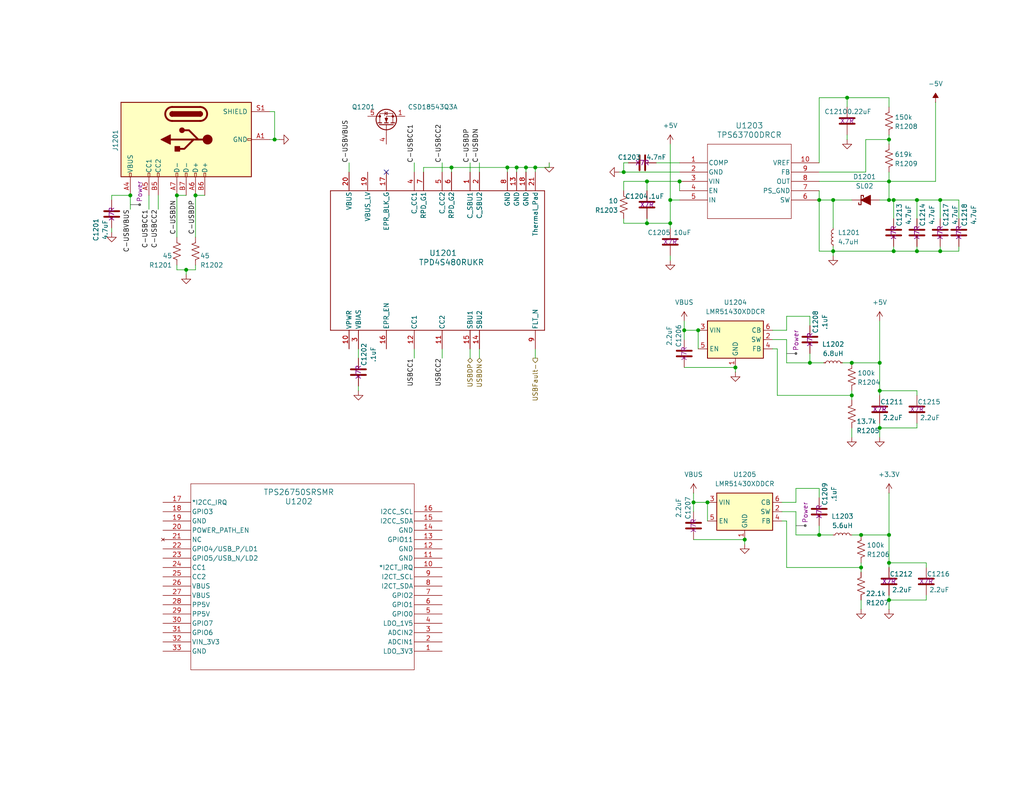
<source format=kicad_sch>
(kicad_sch (version 20250114) (generator "eeschema") (generator_version "9.0")
  (paper "USLetter")
  (title_block (title "USB") (date "2025-08-10") (company "WB7NAB") (comment 1 "Alan Mimms"))
  (lib_symbols
    (symbol "2025-03-25_23-54-59:TPS26750SRSMR" (pin_names (offset 0.254))
      (property "Reference" "U" (at 38.1 10.16 0))
      (property "Value" "TPS26750SRSMR" (at 38.1 7.62 0))
      (symbol "TPS26750SRSMR_0_1"
        (polyline (pts (xy 7.62 5.08) (xy 7.62 -45.72)) (stroke (width 0.127)))
        (polyline (pts (xy 7.62 -45.72) (xy 68.58 -45.72)) (stroke (width 0.127)))
        (polyline (pts (xy 68.58 5.08) (xy 7.62 5.08)) (stroke (width 0.127)))
        (polyline (pts (xy 68.58 -45.72) (xy 68.58 5.08)) (stroke (width 0.127)))
        (pin output line (at 0 0 0) (length 7.62) (name "LDO_3V3") (number "1"))
        (pin input line (at 0 -2.54 0) (length 7.62) (name "ADCIN1") (number "2"))
        (pin input line (at 0 -5.08 0) (length 7.62) (name "ADCIN2") (number "3"))
        (pin output line (at 0 -7.62 0) (length 7.62) (name "LDO_1V5") (number "4"))
        (pin bidirectional line (at 0 -10.16 0) (length 7.62) (name "GPIO0") (number "5"))
        (pin bidirectional line (at 0 -12.7 0) (length 7.62) (name "GPIO1") (number "6"))
        (pin bidirectional line (at 0 -15.24 0) (length 7.62) (name "GPIO2") (number "7"))
        (pin bidirectional line (at 0 -17.78 0) (length 7.62) (name "I2CT_SDA") (number "8"))
        (pin input line (at 0 -20.32 0) (length 7.62) (name "I2CT_SCL") (number "9"))
        (pin output line (at 0 -22.86 0) (length 7.62) (name "*I2CT_IRQ") (number "10"))
        (pin power_out line (at 0 -25.4 0) (length 7.62) (name "GND") (number "11"))
        (pin power_out line (at 0 -27.94 0) (length 7.62) (name "GND") (number "12"))
        (pin output line (at 0 -30.48 0) (length 7.62) (name "GPIO11") (number "13"))
        (pin power_out line (at 0 -33.02 0) (length 7.62) (name "GND") (number "14"))
        (pin bidirectional line (at 0 -35.56 0) (length 7.62) (name "I2CC_SDA") (number "15"))
        (pin output line (at 0 -38.1 0) (length 7.62) (name "I2CC_SCL") (number "16"))
        (pin power_out line (at 76.2 0 180) (length 7.62) (name "GND") (number "33"))
        (pin input line (at 76.2 -2.54 180) (length 7.62) (name "VIN_3V3") (number "32"))
        (pin bidirectional line (at 76.2 -5.08 180) (length 7.62) (name "GPIO6") (number "31"))
        (pin bidirectional line (at 76.2 -7.62 180) (length 7.62) (name "GPIO7") (number "30"))
        (pin input line (at 76.2 -10.16 180) (length 7.62) (name "PP5V") (number "29"))
        (pin input line (at 76.2 -12.7 180) (length 7.62) (name "PP5V") (number "28"))
        (pin bidirectional line (at 76.2 -15.24 180) (length 7.62) (name "VBUS") (number "27"))
        (pin bidirectional line (at 76.2 -17.78 180) (length 7.62) (name "VBUS") (number "26"))
        (pin bidirectional line (at 76.2 -20.32 180) (length 7.62) (name "CC2") (number "25"))
        (pin bidirectional line (at 76.2 -22.86 180) (length 7.62) (name "CC1") (number "24"))
        (pin bidirectional line (at 76.2 -25.4 180) (length 7.62) (name "GPIO5/USB_N/LD2") (number "23"))
        (pin bidirectional line (at 76.2 -27.94 180) (length 7.62) (name "GPIO4/USB_P/LD1") (number "22"))
        (pin no_connect line (at 76.2 -30.48 180) (length 7.62) (name "NC") (number "21"))
        (pin output line (at 76.2 -33.02 180) (length 7.62) (name "POWER_PATH_EN") (number "20"))
        (pin power_out line (at 76.2 -35.56 180) (length 7.62) (name "GND") (number "19"))
        (pin bidirectional line (at 76.2 -38.1 180) (length 7.62) (name "GPIO3") (number "18"))
        (pin input line (at 76.2 -40.64 180) (length 7.62) (name "*I2CC_IRQ") (number "17"))
      )
    )
    (symbol "2025-03-25_23-55-18:TPD4S480RUKR" (pin_names (offset 0.254))
      (property "Reference" "U" (at 0 2.54 0))
      (property "Value" "TPD4S480RUKR" (at 0 0 0))
      (symbol "TPD4S480RUKR_0_1"
        (polyline (pts (xy 5.08 5.08) (xy 5.08 -53.34)) (stroke (width 0.2032)))
        (polyline (pts (xy 5.08 -53.34) (xy 43.18 -53.34)) (stroke (width 0.2032)))
        (polyline (pts (xy 43.18 5.08) (xy 5.08 5.08)) (stroke (width 0.2032)))
        (polyline (pts (xy 43.18 -53.34) (xy 43.18 5.08)) (stroke (width 0.2032)))
        (pin power_in line (at 0 0 0) (length 5.08) (name "VPWR") (number "10"))
        (pin power_in line (at 0 -2.54 0) (length 5.08) (name "VBIAS") (number "3"))
        (pin input line (at 0 -10.16 0) (length 5.08) (name "EPR_EN") (number "16"))
        (pin bidirectional line (at 0 -17.78 0) (length 5.08) (name "CC1") (number "12"))
        (pin bidirectional line (at 0 -25.4 0) (length 5.08) (name "CC2") (number "11"))
        (pin bidirectional line (at 0 -33.02 0) (length 5.08) (name "SBU1") (number "15"))
        (pin bidirectional line (at 0 -35.56 0) (length 5.08) (name "SBU2") (number "14"))
        (pin open_collector line (at 0 -50.8 0) (length 5.08) (name "FLT_N") (number "9"))
        (pin unspecified line (at 48.26 0 180) (length 5.08) (name "VBUS") (number "20"))
        (pin unspecified line (at 48.26 -5.08 180) (length 5.08) (name "VBUS_LV") (number "19"))
        (pin unspecified line (at 48.26 -10.16 180) (length 5.08) (name "EPR_BLK_G") (number "17"))
        (pin bidirectional line (at 48.26 -17.78 180) (length 5.08) (name "C_CC1") (number "4"))
        (pin bidirectional line (at 48.26 -20.32 180) (length 5.08) (name "RPD_G1") (number "7"))
        (pin bidirectional line (at 48.26 -25.4 180) (length 5.08) (name "C_CC2") (number "5"))
        (pin bidirectional line (at 48.26 -27.94 180) (length 5.08) (name "RPD_G2") (number "6"))
        (pin bidirectional line (at 48.26 -33.02 180) (length 5.08) (name "C_SBU1") (number "1"))
        (pin bidirectional line (at 48.26 -35.56 180) (length 5.08) (name "C_SBU2") (number "2"))
        (pin power_in line (at 48.26 -43.18 180) (length 5.08) (name "GND") (number "8"))
        (pin power_in line (at 48.26 -45.72 180) (length 5.08) (name "GND") (number "13"))
        (pin power_in line (at 48.26 -48.26 180) (length 5.08) (name "GND") (number "18"))
        (pin unspecified line (at 48.26 -50.8 180) (length 5.08) (name "Thermal_Pad") (number "21"))
      )
    )
    (symbol "2025-03-26_20-54-20:TPS63700DRCR" (pin_names (offset 0.254))
      (property "Reference" "U1005" (at 33.02 10.16 0))
      (property "Value" "TPS63700DRCR" (at 33.02 7.62 0))
      (symbol "TPS63700DRCR_0_1"
        (polyline (pts (xy 21.59 5.08) (xy 21.59 -15.24)) (stroke (width 0.127)))
        (polyline (pts (xy 21.59 -15.24) (xy 44.45 -15.24)) (stroke (width 0.127)))
        (polyline (pts (xy 44.45 5.08) (xy 21.59 5.08)) (stroke (width 0.127)))
        (polyline (pts (xy 44.45 -15.24) (xy 44.45 5.08)) (stroke (width 0.127)))
        (pin bidirectional line (at 13.97 0 0) (length 7.62) (name "COMP") (number "1"))
        (pin power_in line (at 13.97 -2.54 0) (length 7.62) (name "GND") (number "2"))
        (pin input line (at 13.97 -5.08 0) (length 7.62) (name "VIN") (number "3"))
        (pin input line (at 13.97 -7.62 0) (length 7.62) (name "EN") (number "4"))
        (pin input line (at 13.97 -10.16 0) (length 7.62) (name "IN") (number "5"))
        (pin output line (at 52.07 0 180) (length 7.62) (name "VREF") (number "10"))
        (pin input line (at 52.07 -2.54 180) (length 7.62) (name "FB") (number "9"))
        (pin input line (at 52.07 -5.08 180) (length 7.62) (name "OUT") (number "8"))
        (pin input line (at 52.07 -7.62 180) (length 7.62) (name "PS_GND") (number "7"))
        (pin output line (at 52.07 -10.16 180) (length 7.62) (name "SW") (number "6"))
      )
    )
    (symbol "Connector:USB_C_Receptacle_USB2.0_14P" (pin_names (offset 1.016))
      (property "Reference" "J" (at 0 22.225 0))
      (property "Value" "USB_C_Receptacle_USB2.0_14P" (at 0 19.685 0))
      (symbol "USB_C_Receptacle_USB2.0_14P_0_0"
        (rectangle (start -0.254 -17.78) (end 0.254 -16.764))
        (rectangle (start 10.16 15.494) (end 9.144 14.986))
        (rectangle (start 10.16 10.414) (end 9.144 9.906))
        (rectangle (start 10.16 7.874) (end 9.144 7.366))
        (rectangle (start 10.16 2.794) (end 9.144 2.286))
        (rectangle (start 10.16 0.254) (end 9.144 -0.254))
        (rectangle (start 10.16 -2.286) (end 9.144 -2.794))
        (rectangle (start 10.16 -4.826) (end 9.144 -5.334))
      )
      (symbol "USB_C_Receptacle_USB2.0_14P_0_1"
        (rectangle (start -10.16 17.78) (end 10.16 -17.78) (stroke (width 0.254)) (fill (type background)))
        (polyline (pts (xy -8.89 -3.81) (xy -8.89 3.81)) (stroke (width 0.508)))
        (rectangle (start -7.62 -3.81) (end -6.35 3.81) (stroke (width 0.254)) (fill (type outline)))
        (arc (start -7.62 3.81) (mid -6.985 4.4423) (end -6.35 3.81) (stroke (width 0.254)))
        (arc (start -7.62 3.81) (mid -6.985 4.4423) (end -6.35 3.81) (stroke (width 0.254)) (fill (type outline)))
        (arc (start -8.89 3.81) (mid -6.985 5.7067) (end -5.08 3.81) (stroke (width 0.508)))
        (arc (start -5.08 -3.81) (mid -6.985 -5.7067) (end -8.89 -3.81) (stroke (width 0.508)))
        (arc (start -6.35 -3.81) (mid -6.985 -4.4423) (end -7.62 -3.81) (stroke (width 0.254)))
        (arc (start -6.35 -3.81) (mid -6.985 -4.4423) (end -7.62 -3.81) (stroke (width 0.254)) (fill (type outline)))
        (polyline (pts (xy -5.08 3.81) (xy -5.08 -3.81)) (stroke (width 0.508)))
        (circle (center -2.54 1.143) (radius 0.635) (stroke (width 0.254)) (fill (type outline)))
        (polyline (pts (xy -1.27 4.318) (xy 0 6.858) (xy 1.27 4.318) (xy -1.27 4.318)) (stroke (width 0.254)) (fill (type outline)))
        (polyline (pts (xy 0 -2.032) (xy 2.54 0.508) (xy 2.54 1.778)) (stroke (width 0.508)))
        (polyline (pts (xy 0 -3.302) (xy -2.54 -0.762) (xy -2.54 0.508)) (stroke (width 0.508)))
        (polyline (pts (xy 0 -5.842) (xy 0 4.318)) (stroke (width 0.508)))
        (circle (center 0 -5.842) (radius 1.27) (fill (type outline)))
        (rectangle (start 1.905 1.778) (end 3.175 3.048) (stroke (width 0.254)) (fill (type outline)))
      )
      (symbol "USB_C_Receptacle_USB2.0_14P_1_1"
        (pin passive line (at -7.62 -22.86 90) (length 5.08) (name "SHIELD") (number "S1"))
        (pin passive line (at 0 -22.86 90) (length 5.08) (name "GND") (number "A1"))
        (pin passive line (at 0 -22.86 90) (length 5.08) (hide yes) (name "GND") (number "A12"))
        (pin passive line (at 0 -22.86 90) (length 5.08) (hide yes) (name "GND") (number "B1"))
        (pin passive line (at 0 -22.86 90) (length 5.08) (hide yes) (name "GND") (number "B12"))
        (pin passive line (at 15.24 15.24 180) (length 5.08) (name "VBUS") (number "A4"))
        (pin passive line (at 15.24 15.24 180) (length 5.08) (hide yes) (name "VBUS") (number "A9"))
        (pin passive line (at 15.24 15.24 180) (length 5.08) (hide yes) (name "VBUS") (number "B4"))
        (pin passive line (at 15.24 15.24 180) (length 5.08) (hide yes) (name "VBUS") (number "B9"))
        (pin bidirectional line (at 15.24 10.16 180) (length 5.08) (name "CC1") (number "A5"))
        (pin bidirectional line (at 15.24 7.62 180) (length 5.08) (name "CC2") (number "B5"))
        (pin bidirectional line (at 15.24 2.54 180) (length 5.08) (name "D-") (number "A7"))
        (pin bidirectional line (at 15.24 0 180) (length 5.08) (name "D-") (number "B7"))
        (pin bidirectional line (at 15.24 -2.54 180) (length 5.08) (name "D+") (number "A6"))
        (pin bidirectional line (at 15.24 -5.08 180) (length 5.08) (name "D+") (number "B6"))
      )
    )
    (symbol "Device:C" (pin_numbers (hide yes)) (pin_names (offset 0.254))
      (property "Reference" "C" (at 0.635 2.54 0))
      (property "Value" "C" (at 0.635 -2.54 0))
      (symbol "C_0_1"
        (polyline (pts (xy -2.032 0.762) (xy 2.032 0.762)) (stroke (width 0.508)))
        (polyline (pts (xy -2.032 -0.762) (xy 2.032 -0.762)) (stroke (width 0.508)))
      )
      (symbol "C_1_1"
        (pin passive line (at 0 3.81 270) (length 2.794) (name "~") (number "1"))
        (pin passive line (at 0 -3.81 90) (length 2.794) (name "~") (number "2"))
      )
    )
    (symbol "Device:L_Small" (pin_numbers (hide yes)) (pin_names (offset 0.254) (hide yes))
      (property "Reference" "L" (at 0.762 1.016 0))
      (property "Value" "L_Small" (at 0.762 -1.016 0))
      (symbol "L_Small_0_1"
        (arc (start 0 2.032) (mid 0.5058 1.524) (end 0 1.016))
        (arc (start 0 1.016) (mid 0.5058 0.508) (end 0 0))
        (arc (start 0 0) (mid 0.5058 -0.508) (end 0 -1.016))
        (arc (start 0 -1.016) (mid 0.5058 -1.524) (end 0 -2.032))
      )
      (symbol "L_Small_1_1"
        (pin passive line (at 0 2.54 270) (length 0.508) (name "~") (number "1"))
        (pin passive line (at 0 -2.54 90) (length 0.508) (name "~") (number "2"))
      )
    )
    (symbol "Device:R_US" (pin_numbers (hide yes)) (pin_names (offset 0))
      (property "Reference" "R" (at 2.54 0 90))
      (property "Value" "R_US" (at -2.54 0 90))
      (symbol "R_US_0_1"
        (polyline (pts (xy 0 2.286) (xy 0 2.54)))
        (polyline (pts (xy 0 2.286) (xy 1.016 1.905) (xy 0 1.524) (xy -1.016 1.143) (xy 0 0.762)))
        (polyline (pts (xy 0 0.762) (xy 1.016 0.381) (xy 0 0) (xy -1.016 -0.381) (xy 0 -0.762)))
        (polyline (pts (xy 0 -0.762) (xy 1.016 -1.143) (xy 0 -1.524) (xy -1.016 -1.905) (xy 0 -2.286)))
        (polyline (pts (xy 0 -2.286) (xy 0 -2.54)))
      )
      (symbol "R_US_1_1"
        (pin passive line (at 0 3.81 270) (length 1.27) (name "~") (number "1"))
        (pin passive line (at 0 -3.81 90) (length 1.27) (name "~") (number "2"))
      )
    )
    (symbol "PCM_Diode_Schottky_AKL:SL02" (pin_numbers (hide yes)) (pin_names (offset 1.016) (hide yes))
      (property "Reference" "D" (at 0 5.08 0))
      (property "Value" "SL02" (at 0 2.54 0))
      (symbol "SL02_0_1"
        (polyline (pts (xy -1.27 0) (xy 1.27 0)))
        (polyline (pts (xy -1.27 -1.27) (xy -1.27 1.27) (xy 1.27 0) (xy -1.27 -1.27)) (stroke (width 0.254)) (fill (type outline)))
        (polyline (pts (xy 1.905 -0.762) (xy 1.905 -1.27) (xy 1.27 -1.27) (xy 1.27 1.27) (xy 0.635 1.27) (xy 0.635 0.762)) (stroke (width 0.254)))
      )
      (symbol "SL02_0_2"
        (polyline (pts (xy -2.54 -2.54) (xy 2.54 2.54)))
        (polyline (pts (xy -0.889 -0.889) (xy -1.778 0) (xy 0.889 0.889) (xy 0 -1.778) (xy -0.889 -0.889)) (stroke (width 0.254)) (fill (type outline)))
        (polyline (pts (xy 0 1.778) (xy 1.778 0)) (stroke (width 0.254)))
        (polyline (pts (xy 0 1.778) (xy -0.381 1.397) (xy 0 1.016)) (stroke (width 0.254)))
        (polyline (pts (xy 1.778 0) (xy 2.159 0.381) (xy 1.778 0.762)) (stroke (width 0.254)))
      )
      (symbol "SL02_1_1"
        (pin passive line (at -3.81 0 0) (length 2.54) (name "A") (number "2"))
        (pin passive line (at 3.81 0 180) (length 2.54) (name "K") (number "1"))
      )
      (symbol "SL02_1_2"
        (pin passive line (at -2.54 -2.54 0) (length 0) (name "A") (number "2"))
        (pin passive line (at 2.54 2.54 180) (length 0) (name "K") (number "1"))
      )
    )
    (symbol "Regulator_Switching:LMR51430"
      (property "Reference" "U" (at -7.62 6.35 0))
      (property "Value" "LMR51430" (at 0 6.35 0))
      (symbol "LMR51430_0_1"
        (rectangle (start -7.62 5.08) (end 7.62 -5.08) (stroke (width 0.254)) (fill (type background)))
      )
      (symbol "LMR51430_1_1"
        (pin power_in line (at -10.16 2.54 0) (length 2.54) (name "VIN") (number "3"))
        (pin input line (at -10.16 -2.54 0) (length 2.54) (name "EN") (number "5"))
        (pin power_in line (at 0 -7.62 90) (length 2.54) (name "GND") (number "1"))
        (pin passive line (at 10.16 2.54 180) (length 2.54) (name "CB") (number "6"))
        (pin power_out line (at 10.16 0 180) (length 2.54) (name "SW") (number "2"))
        (pin input line (at 10.16 -2.54 180) (length 2.54) (name "FB") (number "4"))
      )
    )
    (symbol "Transistor_FET:CSD18543Q3A" (pin_names (hide yes))
      (property "Reference" "Q" (at 5.08 1.905 0))
      (property "Value" "CSD18543Q3A" (at 5.08 0 0))
      (symbol "CSD18543Q3A_0_1"
        (polyline (pts (xy 0.254 1.905) (xy 0.254 -1.905)) (stroke (width 0.254)))
        (polyline (pts (xy 0.254 0) (xy -2.54 0)))
        (polyline (pts (xy 0.762 2.286) (xy 0.762 1.27)) (stroke (width 0.254)))
        (polyline (pts (xy 0.762 0.508) (xy 0.762 -0.508)) (stroke (width 0.254)))
        (polyline (pts (xy 0.762 -1.27) (xy 0.762 -2.286)) (stroke (width 0.254)))
        (polyline (pts (xy 0.762 -1.778) (xy 3.302 -1.778) (xy 3.302 1.778) (xy 0.762 1.778)))
        (polyline (pts (xy 1.016 0) (xy 2.032 0.381) (xy 2.032 -0.381) (xy 1.016 0)) (fill (type outline)))
        (circle (center 1.651 0) (radius 2.794) (stroke (width 0.254)))
        (polyline (pts (xy 2.54 2.54) (xy 2.54 1.778)))
        (circle (center 2.54 1.778) (radius 0.254) (fill (type outline)))
        (circle (center 2.54 -1.778) (radius 0.254) (fill (type outline)))
        (polyline (pts (xy 2.54 -2.54) (xy 2.54 0) (xy 0.762 0)))
        (polyline (pts (xy 2.794 0.508) (xy 2.921 0.381) (xy 3.683 0.381) (xy 3.81 0.254)))
        (polyline (pts (xy 3.302 0.381) (xy 2.921 -0.254) (xy 3.683 -0.254) (xy 3.302 0.381)))
      )
      (symbol "CSD18543Q3A_1_1"
        (pin passive line (at -5.08 0 0) (length 2.54) (name "G") (number "4"))
        (pin passive line (at 2.54 5.08 270) (length 2.54) (name "D") (number "5"))
        (pin passive line (at 2.54 -5.08 90) (length 2.54) (name "S") (number "1"))
        (pin passive line (at 2.54 -5.08 90) (length 2.54) (hide yes) (name "S") (number "2"))
        (pin passive line (at 2.54 -5.08 90) (length 2.54) (hide yes) (name "S") (number "3"))
      )
    )
    (symbol "power:+3.3V" (power) (pin_numbers (hide yes)) (pin_names (offset 0) (hide yes))
      (property "Value" "+3.3V" (at 0 3.556 0))
      (symbol "+3.3V_0_1"
        (polyline (pts (xy -0.762 1.27) (xy 0 2.54)))
        (polyline (pts (xy 0 2.54) (xy 0.762 1.27)))
        (polyline (pts (xy 0 0) (xy 0 2.54)))
      )
      (symbol "+3.3V_1_1"
        (pin power_in line (at 0 0 90) (length 0) (name "~") (number "1"))
      )
    )
    (symbol "power:-5V" (power) (pin_numbers (hide yes)) (pin_names (offset 0) (hide yes))
      (property "Value" "-5V" (at 0 3.556 0))
      (symbol "-5V_0_0"
        (pin power_in line (at 0 0 90) (length 0) (name "~") (number "1"))
      )
      (symbol "-5V_0_1"
        (polyline (pts (xy 0 0) (xy 0 1.27) (xy 0.762 1.27) (xy 0 2.54) (xy -0.762 1.27) (xy 0 1.27)) (fill (type outline)))
      )
    )
    (symbol "power:GND" (power) (pin_numbers (hide yes)) (pin_names (offset 0) (hide yes))
      (property "Value" "GND" (at 0 -3.81 0))
      (symbol "GND_0_1"
        (polyline (pts (xy 0 0) (xy 0 -1.27) (xy 1.27 -1.27) (xy 0 -2.54) (xy -1.27 -1.27) (xy 0 -1.27)))
      )
      (symbol "GND_1_1"
        (pin power_in line (at 0 0 270) (length 0) (name "~") (number "1"))
      )
    )
    (symbol "power:VBUS" (power) (pin_numbers (hide yes)) (pin_names (offset 0) (hide yes))
      (property "Value" "VBUS" (at 0 3.556 0))
      (symbol "VBUS_0_1"
        (polyline (pts (xy -0.762 1.27) (xy 0 2.54)))
        (polyline (pts (xy 0 2.54) (xy 0.762 1.27)))
        (polyline (pts (xy 0 0) (xy 0 2.54)))
      )
      (symbol "VBUS_1_1"
        (pin power_in line (at 0 0 90) (length 0) (name "~") (number "1"))
      )
    )
  )
  (junction (at 240.03 116.84))
  (junction (at 234.95 146.05))
  (junction (at 242.57 146.05))
  (junction (at 242.57 49.53))
  (junction (at 232.41 99.06))
  (junction (at 200.66 100.33))
  (junction (at 138.43 45.72))
  (junction (at 146.05 45.72))
  (junction (at 189.23 137.16))
  (junction (at 227.33 54.61))
  (junction (at 123.19 45.72))
  (junction (at 223.52 146.05))
  (junction (at 74.93 38.1))
  (junction (at 140.97 45.72))
  (junction (at 176.53 49.53))
  (junction (at 186.69 90.17))
  (junction (at 242.57 153.67))
  (junction (at 182.88 54.61))
  (junction (at 231.14 26.67))
  (junction (at 243.84 68.58))
  (junction (at 35.56 53.34))
  (junction (at 250.19 54.61))
  (junction (at 182.88 60.96))
  (junction (at 176.53 60.96))
  (junction (at 250.19 68.58))
  (junction (at 48.26 53.34))
  (junction (at 242.57 163.83))
  (junction (at 232.41 107.95))
  (junction (at 223.52 54.61))
  (junction (at 243.84 54.61))
  (junction (at 240.03 99.06))
  (junction (at 234.95 154.94))
  (junction (at 50.8 73.66))
  (junction (at 170.18 46.99))
  (junction (at 242.57 38.1))
  (junction (at 256.54 54.61))
  (junction (at 242.57 54.61))
  (junction (at 185.42 49.53))
  (junction (at 256.54 68.58))
  (junction (at 53.34 53.34))
  (junction (at 220.98 99.06))
  (junction (at 227.33 68.58))
  (junction (at 143.51 45.72))
  (junction (at 193.04 137.16))
  (junction (at 240.03 106.68))
  (junction (at 203.2 147.32))
  (junction (at 190.5 90.17))
  (no_connect (at 105.41 46.99))
  (wire (pts (xy 234.95 163.83) (xy 234.95 166.37)))
  (wire (pts (xy 231.14 26.67) (xy 231.14 29.21)))
  (wire (pts (xy 227.33 54.61) (xy 232.41 54.61)))
  (wire (pts (xy 252.73 154.94) (xy 252.73 153.67)))
  (wire (pts (xy 240.03 99.06) (xy 240.03 87.63)))
  (wire (pts (xy 115.57 45.72) (xy 123.19 45.72)))
  (wire (pts (xy 210.82 90.17) (xy 214.63 90.17)))
  (wire (pts (xy 185.42 46.99) (xy 170.18 46.99)))
  (wire (pts (xy 149.86 45.72) (xy 146.05 45.72)))
  (wire (pts (xy 220.98 96.52) (xy 220.98 99.06)))
  (wire (pts (xy 120.65 97.79) (xy 120.65 95.25)))
  (wire (pts (xy 242.57 163.83) (xy 242.57 166.37)))
  (wire (pts (xy 170.18 49.53) (xy 176.53 49.53)))
  (wire (pts (xy 223.52 143.51) (xy 223.52 146.05)))
  (wire (pts (xy 236.22 46.99) (xy 236.22 38.1)))
  (wire (pts (xy 232.41 116.84) (xy 232.41 119.38)))
  (wire (pts (xy 242.57 49.53) (xy 242.57 54.61)))
  (wire (pts (xy 255.27 27.94) (xy 255.27 49.53)))
  (wire (pts (xy 146.05 97.79) (xy 146.05 95.25)))
  (wire (pts (xy 223.52 133.35) (xy 223.52 135.89)))
  (wire (pts (xy 189.23 137.16) (xy 193.04 137.16)))
  (wire (pts (xy 190.5 90.17) (xy 190.5 95.25)))
  (wire (pts (xy 243.84 59.69) (xy 243.84 54.61)))
  (wire (pts (xy 214.63 99.06) (xy 220.98 99.06)))
  (wire (pts (xy 214.63 142.24) (xy 213.36 142.24)))
  (wire (pts (xy 214.63 154.94) (xy 234.95 154.94)))
  (wire (pts (xy 234.95 153.67) (xy 234.95 154.94)))
  (wire (pts (xy 48.26 64.77) (xy 48.26 53.34)))
  (wire (pts (xy 212.09 95.25) (xy 210.82 95.25)))
  (wire (pts (xy 170.18 52.07) (xy 170.18 49.53)))
  (wire (pts (xy 242.57 46.99) (xy 242.57 49.53)))
  (wire (pts (xy 240.03 116.84) (xy 240.03 119.38)))
  (wire (pts (xy 138.43 46.99) (xy 138.43 45.72)))
  (wire (pts (xy 223.52 54.61) (xy 227.33 54.61)))
  (wire (pts (xy 243.84 68.58) (xy 250.19 68.58)))
  (wire (pts (xy 243.84 67.31) (xy 243.84 68.58)))
  (wire (pts (xy 250.19 106.68) (xy 240.03 106.68)))
  (wire (pts (xy 48.26 73.66) (xy 50.8 73.66)))
  (wire (pts (xy 53.34 53.34) (xy 55.88 53.34)))
  (wire (pts (xy 128.27 44.45) (xy 128.27 46.99)))
  (wire (pts (xy 231.14 36.83) (xy 231.14 38.1)))
  (wire (pts (xy 242.57 146.05) (xy 242.57 134.62)))
  (wire (pts (xy 50.8 73.66) (xy 53.34 73.66)))
  (wire (pts (xy 223.52 54.61) (xy 223.52 68.58)))
  (wire (pts (xy 30.48 62.23) (xy 30.48 63.5)))
  (wire (pts (xy 50.8 74.93) (xy 50.8 73.66)))
  (wire (pts (xy 40.64 57.15) (xy 40.64 53.34)))
  (wire (pts (xy 189.23 134.62) (xy 189.23 137.16)))
  (wire (pts (xy 140.97 46.99) (xy 140.97 45.72)))
  (wire (pts (xy 261.62 68.58) (xy 261.62 67.31)))
  (wire (pts (xy 182.88 69.85) (xy 182.88 71.12)))
  (wire (pts (xy 242.57 36.83) (xy 242.57 38.1)))
  (wire (pts (xy 35.56 57.15) (xy 35.56 53.34)))
  (wire (pts (xy 227.33 68.58) (xy 227.33 69.85)))
  (wire (pts (xy 168.91 46.99) (xy 170.18 46.99)))
  (wire (pts (xy 242.57 146.05) (xy 242.57 153.67)))
  (wire (pts (xy 261.62 59.69) (xy 261.62 54.61)))
  (wire (pts (xy 73.66 30.48) (xy 74.93 30.48)))
  (wire (pts (xy 186.69 87.63) (xy 186.69 90.17)))
  (wire (pts (xy 185.42 49.53) (xy 185.42 52.07)))
  (wire (pts (xy 243.84 54.61) (xy 250.19 54.61)))
  (wire (pts (xy 242.57 153.67) (xy 242.57 154.94)))
  (wire (pts (xy 123.19 45.72) (xy 138.43 45.72)))
  (wire (pts (xy 223.52 44.45) (xy 223.52 26.67)))
  (wire (pts (xy 176.53 59.69) (xy 176.53 60.96)))
  (wire (pts (xy 240.03 99.06) (xy 240.03 106.68)))
  (wire (pts (xy 234.95 154.94) (xy 234.95 156.21)))
  (wire (pts (xy 186.69 90.17) (xy 186.69 92.71)))
  (wire (pts (xy 189.23 147.32) (xy 203.2 147.32)))
  (wire (pts (xy 214.63 142.24) (xy 214.63 154.94)))
  (wire (pts (xy 234.95 146.05) (xy 242.57 146.05)))
  (wire (pts (xy 113.03 46.99) (xy 113.03 44.45)))
  (wire (pts (xy 220.98 99.06) (xy 224.79 99.06)))
  (wire (pts (xy 252.73 162.56) (xy 252.73 163.83)))
  (wire (pts (xy 250.19 68.58) (xy 256.54 68.58)))
  (wire (pts (xy 170.18 44.45) (xy 171.45 44.45)))
  (wire (pts (xy 231.14 26.67) (xy 242.57 26.67)))
  (wire (pts (xy 242.57 162.56) (xy 242.57 163.83)))
  (wire (pts (xy 170.18 59.69) (xy 170.18 60.96)))
  (wire (pts (xy 252.73 163.83) (xy 242.57 163.83)))
  (wire (pts (xy 240.03 115.57) (xy 240.03 116.84)))
  (wire (pts (xy 250.19 54.61) (xy 256.54 54.61)))
  (wire (pts (xy 213.36 137.16) (xy 217.17 137.16)))
  (wire (pts (xy 176.53 49.53) (xy 185.42 49.53)))
  (wire (pts (xy 146.05 46.99) (xy 146.05 45.72)))
  (wire (pts (xy 252.73 153.67) (xy 242.57 153.67)))
  (wire (pts (xy 232.41 106.68) (xy 232.41 107.95)))
  (wire (pts (xy 223.52 68.58) (xy 227.33 68.58)))
  (wire (pts (xy 256.54 67.31) (xy 256.54 68.58)))
  (wire (pts (xy 186.69 100.33) (xy 200.66 100.33)))
  (wire (pts (xy 220.98 86.36) (xy 220.98 88.9)))
  (wire (pts (xy 213.36 139.7) (xy 217.17 139.7)))
  (wire (pts (xy 203.2 147.32) (xy 203.2 148.59)))
  (wire (pts (xy 48.26 53.34) (xy 50.8 53.34)))
  (wire (pts (xy 256.54 68.58) (xy 261.62 68.58)))
  (wire (pts (xy 223.52 46.99) (xy 236.22 46.99)))
  (wire (pts (xy 176.53 60.96) (xy 182.88 60.96)))
  (wire (pts (xy 242.57 38.1) (xy 242.57 39.37)))
  (wire (pts (xy 113.03 97.79) (xy 113.03 95.25)))
  (wire (pts (xy 240.03 106.68) (xy 240.03 107.95)))
  (wire (pts (xy 74.93 38.1) (xy 76.2 38.1)))
  (wire (pts (xy 212.09 95.25) (xy 212.09 107.95)))
  (wire (pts (xy 242.57 54.61) (xy 240.03 54.61)))
  (wire (pts (xy 232.41 99.06) (xy 240.03 99.06)))
  (wire (pts (xy 179.07 44.45) (xy 185.42 44.45)))
  (wire (pts (xy 223.52 54.61) (xy 223.52 52.07)))
  (wire (pts (xy 123.19 45.72) (xy 123.19 46.99)))
  (wire (pts (xy 140.97 45.72) (xy 143.51 45.72)))
  (wire (pts (xy 250.19 67.31) (xy 250.19 68.58)))
  (wire (pts (xy 242.57 54.61) (xy 243.84 54.61)))
  (wire (pts (xy 53.34 64.77) (xy 53.34 53.34)))
  (wire (pts (xy 97.79 106.68) (xy 97.79 105.41)))
  (wire (pts (xy 115.57 46.99) (xy 115.57 45.72)))
  (wire (pts (xy 227.33 67.31) (xy 227.33 68.58)))
  (wire (pts (xy 250.19 115.57) (xy 250.19 116.84)))
  (wire (pts (xy 210.82 92.71) (xy 214.63 92.71)))
  (wire (pts (xy 200.66 100.33) (xy 200.66 101.6)))
  (wire (pts (xy 250.19 59.69) (xy 250.19 54.61)))
  (wire (pts (xy 130.81 44.45) (xy 130.81 46.99)))
  (wire (pts (xy 232.41 107.95) (xy 232.41 109.22)))
  (wire (pts (xy 232.41 146.05) (xy 234.95 146.05)))
  (wire (pts (xy 170.18 46.99) (xy 170.18 44.45)))
  (wire (pts (xy 250.19 116.84) (xy 240.03 116.84)))
  (wire (pts (xy 229.87 99.06) (xy 232.41 99.06)))
  (wire (pts (xy 212.09 107.95) (xy 232.41 107.95)))
  (wire (pts (xy 48.26 72.39) (xy 48.26 73.66)))
  (wire (pts (xy 217.17 133.35) (xy 223.52 133.35)))
  (wire (pts (xy 217.17 139.7) (xy 217.17 146.05)))
  (wire (pts (xy 182.88 39.37) (xy 182.88 54.61)))
  (wire (pts (xy 95.25 46.99) (xy 95.25 44.45)))
  (wire (pts (xy 176.53 52.07) (xy 176.53 49.53)))
  (wire (pts (xy 256.54 59.69) (xy 256.54 54.61)))
  (wire (pts (xy 143.51 45.72) (xy 146.05 45.72)))
  (wire (pts (xy 214.63 92.71) (xy 214.63 99.06)))
  (wire (pts (xy 223.52 26.67) (xy 231.14 26.67)))
  (wire (pts (xy 73.66 38.1) (xy 74.93 38.1)))
  (wire (pts (xy 243.84 68.58) (xy 227.33 68.58)))
  (wire (pts (xy 130.81 97.79) (xy 130.81 95.25)))
  (wire (pts (xy 214.63 90.17) (xy 214.63 86.36)))
  (wire (pts (xy 170.18 60.96) (xy 176.53 60.96)))
  (wire (pts (xy 53.34 73.66) (xy 53.34 72.39)))
  (wire (pts (xy 97.79 97.79) (xy 97.79 95.25)))
  (wire (pts (xy 186.69 90.17) (xy 190.5 90.17)))
  (wire (pts (xy 227.33 54.61) (xy 227.33 62.23)))
  (wire (pts (xy 128.27 97.79) (xy 128.27 95.25)))
  (wire (pts (xy 261.62 54.61) (xy 256.54 54.61)))
  (wire (pts (xy 242.57 26.67) (xy 242.57 29.21)))
  (wire (pts (xy 250.19 107.95) (xy 250.19 106.68)))
  (wire (pts (xy 214.63 86.36) (xy 220.98 86.36)))
  (wire (pts (xy 182.88 60.96) (xy 182.88 62.23)))
  (wire (pts (xy 193.04 137.16) (xy 193.04 142.24)))
  (wire (pts (xy 217.17 146.05) (xy 223.52 146.05)))
  (wire (pts (xy 149.86 45.72) (xy 149.86 44.45)))
  (wire (pts (xy 30.48 53.34) (xy 35.56 53.34)))
  (wire (pts (xy 120.65 46.99) (xy 120.65 44.45)))
  (wire (pts (xy 182.88 54.61) (xy 182.88 60.96)))
  (wire (pts (xy 182.88 54.61) (xy 185.42 54.61)))
  (wire (pts (xy 74.93 30.48) (xy 74.93 38.1)))
  (wire (pts (xy 236.22 38.1) (xy 242.57 38.1)))
  (wire (pts (xy 43.18 57.15) (xy 43.18 53.34)))
  (wire (pts (xy 189.23 137.16) (xy 189.23 139.7)))
  (wire (pts (xy 143.51 46.99) (xy 143.51 45.72)))
  (wire (pts (xy 217.17 137.16) (xy 217.17 133.35)))
  (wire (pts (xy 223.52 49.53) (xy 242.57 49.53)))
  (wire (pts (xy 223.52 146.05) (xy 227.33 146.05)))
  (wire (pts (xy 138.43 45.72) (xy 140.97 45.72)))
  (wire (pts (xy 30.48 54.61) (xy 30.48 53.34)))
  (wire (pts (xy 255.27 49.53) (xy 242.57 49.53)))
  (label "USBCC1" (at 113.03 97.79 270))
  (label "USBCC2" (at 120.65 97.79 270))
  (label "C-USBCC1" (at 113.03 44.45 90))
  (label "C-USBVBUS" (at 95.25 44.45 90))
  (label "C-USBVBUS" (at 35.56 57.15 270))
  (label "C-USBDP" (at 128.27 44.45 90))
  (label "C-USBCC2" (at 120.65 44.45 90))
  (label "C-USBCC1" (at 40.64 57.15 270))
  (label "C-USBDP" (at 53.34 54.61 270))
  (label "C-USBDN" (at 130.81 44.45 90))
  (label "C-USBCC2" (at 43.18 57.15 270))
  (label "C-USBDN" (at 48.26 54.61 270))
  (hierarchical_label "USBDP" (shape bidirectional) (at 128.27 97.79 270))
  (hierarchical_label "USBDN" (shape bidirectional) (at 130.81 97.79 270))
  (hierarchical_label "USBFault-" (shape output) (at 146.05 97.79 270))
  (netclass_flag "" (length 2.54) (shape dot) (at 217.17 143.51 270) (property "Netclass" "Power" (at 219.71 142.8115 90) (effects (justify left))))
  (netclass_flag "" (length 2.54) (shape dot) (at 214.63 96.52 270) (property "Netclass" "Power" (at 217.17 95.8215 90) (effects (justify left))))
  (netclass_flag "" (length 2.54) (shape dot) (at 35.56 55.88 270) (property "Netclass" "Power" (at 38.1 55.1815 90) (effects (justify left))))
  (symbol (lib_id "Device:C") (at 261.62 63.5 0) (mirror y) (unit 1)
    (property "Reference" "C1218" (at 263.144 58.674 90))
    (property "Value" "4.7uF" (at 265.684 58.674 90))
    (property "Description" "Unpolarized capacitor" (effects (hide yes)))
    (property "cap-type" "X7R" (at 261.62 63.5 90))
  )
  (symbol (lib_id "Device:R_US") (at 242.57 43.18 0) (mirror x) (unit 1)
    (property "Reference" "R1209" (at 244.094 44.704 0) (effects (justify left)))
    (property "Value" "619k" (at 244.094 42.164 0) (effects (justify left)))
    (property "Description" "Resistor, US symbol" (effects (hide yes)))
  )
  (symbol (lib_id "Device:L_Small") (at 227.33 64.77 180) (unit 1)
    (property "Reference" "L1201" (at 228.6 63.4999 0) (effects (justify right)))
    (property "Value" "4.7uH" (at 228.6 66.0399 0) (effects (justify right)))
    (property "Description" "Inductor, small symbol" (effects (hide yes)))
    (property "Mfg" "Coilcraft" (effects (hide yes)))
    (property "MfgPart" "LPS4018" (effects (hide yes)))
  )
  (symbol (lib_id "2025-03-25_23-55-18:TPD4S480RUKR") (at 95.25 95.25 90) (unit 1)
    (property "Reference" "U1201" (at 120.904 69.088 90) (effects (font (size 1.524 1.524))))
    (property "Value" "TPD4S480RUKR" (at 123.19 71.628 90) (effects (font (size 1.524 1.524))))
    (property "Footprint" "RUK0020B-IPC_A" (effects (hide yes)))
    (property "Datasheet" "TPD4S480RUKR" (effects (hide yes)))
  )
  (symbol (lib_id "power:GND") (at 231.14 38.1 0) (mirror y) (unit 1)
    (property "Reference" "#PWR01214" (effects (hide yes)))
    (property "Value" "GND" (effects (hide yes)))
    (property "Description" "Power symbol creates a global label with name \"GND\" , ground" (effects (hide yes)))
  )
  (symbol (lib_id "Regulator_Switching:LMR51430") (at 200.66 92.71 0) (unit 1)
    (property "Reference" "U1204" (at 200.66 82.55 0))
    (property "Value" "LMR51430XDDCR" (at 200.66 85.09 0))
    (property "Footprint" "Package_TO_SOT_SMD:SOT-23-6" (effects (hide yes)))
    (property "Datasheet" "https://www.ti.com/lit/ds/symlink/lmr51430.pdf" (effects (hide yes)))
    (property "Description" "4.5-V to 36-V, 3-A synchronous buck converter with 40-µA IQ, SOT-23-6" (effects (hide yes)))
  )
  (symbol (lib_id "power:GND") (at 240.03 119.38 0) (mirror y) (unit 1)
    (property "Reference" "#PWR01218" (effects (hide yes)))
    (property "Value" "GND" (effects (hide yes)))
    (property "Description" "Power symbol creates a global label with name \"GND\" , ground" (effects (hide yes)))
  )
  (symbol (lib_id "Device:C") (at 186.69 96.52 0) (unit 1)
    (property "Reference" "C1206" (at 185.166 91.694 90))
    (property "Value" "2.2uF" (at 182.626 91.694 90))
    (property "Description" "Unpolarized capacitor" (effects (hide yes)))
    (property "cap-type" "X7R" (at 186.69 96.52 90))
  )
  (symbol (lib_id "Device:C") (at 220.98 92.71 0) (mirror y) (unit 1)
    (property "Reference" "C1208" (at 222.504 87.884 90))
    (property "Value" ".1uF" (at 225.044 87.884 90))
    (property "Description" "Unpolarized capacitor" (effects (hide yes)))
    (property "cap-type" "X7R" (at 220.98 92.71 90))
  )
  (symbol (lib_id "power:GND") (at 200.66 101.6 0) (mirror y) (unit 1)
    (property "Reference" "#PWR01211" (effects (hide yes)))
    (property "Value" "GND" (effects (hide yes)))
    (property "Description" "Power symbol creates a global label with name \"GND\" , ground" (effects (hide yes)))
  )
  (symbol (lib_id "power:-5V") (at 255.27 27.94 0) (unit 1)
    (property "Reference" "#PWR01221" (effects (hide yes)))
    (property "Value" "-5V" (at 255.27 22.86 0))
    (property "Description" "Power symbol creates a global label with name \"-5V\"" (effects (hide yes)))
  )
  (symbol (lib_id "Device:R_US") (at 53.34 68.58 0) (mirror x) (unit 1)
    (property "Reference" "R1202" (at 54.61 72.39 0) (effects (justify left)))
    (property "Value" "45" (at 54.61 69.85 0) (effects (justify left)))
    (property "Description" "Resistor, US symbol" (effects (hide yes)))
  )
  (symbol (lib_id "Device:R_US") (at 170.18 55.88 180) (unit 1)
    (property "Reference" "R1203" (at 168.656 57.404 0) (effects (justify left)))
    (property "Value" "10" (at 168.656 54.864 0) (effects (justify left)))
    (property "Description" "Resistor, US symbol" (effects (hide yes)))
  )
  (symbol (lib_id "power:+3.3V") (at 242.57 134.62 0) (unit 1)
    (property "Reference" "#PWR01219" (effects (hide yes)))
    (property "Value" "+3.3V" (at 242.57 129.54 0))
    (property "Description" "Power symbol creates a global label with name \"+3.3V\"" (effects (hide yes)))
  )
  (symbol (lib_id "power:GND") (at 203.2 148.59 0) (mirror y) (unit 1)
    (property "Reference" "#PWR01212" (effects (hide yes)))
    (property "Value" "GND" (effects (hide yes)))
    (property "Description" "Power symbol creates a global label with name \"GND\" , ground" (effects (hide yes)))
  )
  (symbol (lib_id "power:GND") (at 50.8 74.93 0) (unit 1)
    (property "Reference" "#PWR01202" (effects (hide yes)))
    (property "Value" "GND" (effects (hide yes)))
    (property "Description" "Power symbol creates a global label with name \"GND\" , ground" (effects (hide yes)))
  )
  (symbol (lib_id "Device:L_Small") (at 229.87 146.05 90) (unit 1)
    (property "Reference" "L1203" (at 229.87 140.97 90))
    (property "Value" "5.6uH" (at 229.87 143.51 90))
    (property "Description" "Inductor, small symbol" (effects (hide yes)))
  )
  (symbol (lib_id "Device:C") (at 250.19 111.76 0) (unit 1)
    (property "Reference" "C1215" (at 253.492 109.728 0))
    (property "Value" "2.2uF" (at 253.746 114.046 0))
    (property "Description" "Unpolarized capacitor" (effects (hide yes)))
    (property "cap-type" "X7R" (at 250.19 111.76 0))
  )
  (symbol (lib_id "power:+3.3V") (at 240.03 87.63 0) (unit 1)
    (property "Reference" "#PWR01217" (effects (hide yes)))
    (property "Value" "+5V" (at 240.03 82.55 0))
    (property "Description" "Power symbol creates a global label with name \"+3.3V\"" (effects (hide yes)))
  )
  (symbol (lib_id "power:GND") (at 149.86 44.45 0) (unit 1)
    (property "Reference" "#PWR01205" (effects (hide yes)))
    (property "Value" "GND" (effects (hide yes)))
    (property "Description" "Power symbol creates a global label with name \"GND\" , ground" (effects (hide yes)))
  )
  (symbol (lib_id "Device:L_Small") (at 227.33 99.06 90) (unit 1)
    (property "Reference" "L1202" (at 227.33 93.98 90))
    (property "Value" "6.8uH" (at 227.33 96.52 90))
    (property "Description" "Inductor, small symbol" (effects (hide yes)))
  )
  (symbol (lib_id "power:GND") (at 168.91 46.99 270) (mirror x) (unit 1)
    (property "Reference" "#PWR01206" (effects (hide yes)))
    (property "Value" "GND" (effects (hide yes)))
    (property "Description" "Power symbol creates a global label with name \"GND\" , ground" (effects (hide yes)))
  )
  (symbol (lib_id "Device:C") (at 242.57 158.75 0) (unit 1)
    (property "Reference" "C1212" (at 245.872 156.718 0))
    (property "Value" "2.2uF" (at 246.126 161.036 0))
    (property "Description" "Unpolarized capacitor" (effects (hide yes)))
    (property "cap-type" "X7R" (at 242.57 158.75 0))
  )
  (symbol (lib_id "2025-03-26_20-54-20:TPS63700DRCR") (at 171.45 44.45 0) (unit 1)
    (property "Reference" "U1203" (at 204.47 34.29 0) (effects (font (size 1.524 1.524))))
    (property "Value" "TPS63700DRCR" (at 204.47 36.83 0) (effects (font (size 1.524 1.524))))
    (property "Footprint" "DRC10_2P4X1P65" (effects (hide yes)))
    (property "Datasheet" "TPS63700DRCR" (effects (hide yes)))
  )
  (symbol (lib_id "power:GND") (at 76.2 38.1 90) (unit 1)
    (property "Reference" "#PWR01203" (effects (hide yes)))
    (property "Value" "GND" (effects (hide yes)))
    (property "Description" "Power symbol creates a global label with name \"GND\" , ground" (effects (hide yes)))
  )
  (symbol (lib_id "power:GND") (at 232.41 119.38 0) (mirror y) (unit 1)
    (property "Reference" "#PWR01215" (effects (hide yes)))
    (property "Value" "GND" (effects (hide yes)))
    (property "Description" "Power symbol creates a global label with name \"GND\" , ground" (effects (hide yes)))
  )
  (symbol (lib_id "Connector:USB_C_Receptacle_USB2.0_14P") (at 50.8 38.1 90) (mirror x) (unit 1)
    (property "Reference" "J1201" (at 31.496 38.354 0))
    (property "Value" "USB_C_Receptacle_USB2.0_14P" (effects (hide yes)))
    (property "Datasheet" "https://www.usb.org/sites/default/files/documents/usb_type-c.zip" (effects (hide yes)))
    (property "Description" "USB 2.0-only 14P Type-C Receptacle connector" (effects (hide yes)))
  )
  (symbol (lib_id "Transistor_FET:CSD18543Q3A") (at 105.41 34.29 90) (unit 1)
    (property "Reference" "Q1201" (at 102.362 29.21 90) (effects (justify left)))
    (property "Value" "CSD18543Q3A" (at 111.252 29.21 90) (effects (justify right)))
    (property "Footprint" "Package_SON:VSON-8_3.3x3.3mm_P0.65mm_NexFET" (effects (hide yes)))
    (property "Datasheet" "https://www.ti.com/lit/ds/symlink/csd18543q3a.pdf" (effects (hide yes)))
    (property "Description" "35A Id, 60V Vds, NexFET N-Channel Power MOSFET, 8.1mOhm Ron, Qg Typ 11.1nC, VSON-8 3.3x3.3mm" (effects (hide yes)))
  )
  (symbol (lib_id "Regulator_Switching:LMR51430") (at 203.2 139.7 0) (unit 1)
    (property "Reference" "U1205" (at 203.2 129.54 0))
    (property "Value" "LMR51430XDDCR" (at 203.2 132.08 0))
    (property "Footprint" "Package_TO_SOT_SMD:SOT-23-6" (effects (hide yes)))
    (property "Datasheet" "https://www.ti.com/lit/ds/symlink/lmr51430.pdf" (effects (hide yes)))
    (property "Description" "4.5-V to 36-V, 3-A synchronous buck converter with 40-µA IQ, SOT-23-6" (effects (hide yes)))
  )
  (symbol (lib_id "Device:C") (at 223.52 139.7 0) (mirror y) (unit 1)
    (property "Reference" "C1209" (at 225.044 134.874 90))
    (property "Value" ".1uF" (at 227.584 134.874 90))
    (property "Description" "Unpolarized capacitor" (effects (hide yes)))
    (property "cap-type" "X7R" (at 223.52 139.7 90))
  )
  (symbol (lib_id "Device:R_US") (at 234.95 160.02 0) (mirror x) (unit 1)
    (property "Reference" "R1207" (at 236.22 164.592 0) (effects (justify left)))
    (property "Value" "22.1k" (at 236.22 162.052 0) (effects (justify left)))
    (property "Description" "Resistor, US symbol" (effects (hide yes)))
  )
  (symbol (lib_id "power:GND") (at 30.48 63.5 0) (unit 1)
    (property "Reference" "#PWR01201" (effects (hide yes)))
    (property "Value" "GND" (effects (hide yes)))
    (property "Description" "Power symbol creates a global label with name \"GND\" , ground" (effects (hide yes)))
  )
  (symbol (lib_id "PCM_Diode_Schottky_AKL:SL02") (at 236.22 54.61 0) (mirror y) (unit 1)
    (property "Reference" "D1201" (at 235.9025 48.26 0))
    (property "Value" "SL02" (at 235.9025 50.8 0))
    (property "Footprint" "PCM_Diode_SMD_AKL:D_SMF" (effects (hide yes)))
    (property "Datasheet" "https://www.tme.eu/Document/1fe4b56947236941ba344dc48d2178e0/sl02_sl03.pdf" (effects (hide yes)))
    (property "Description" "SMF Schottky diode, 20V, 1.1A, Alternate KiCAD Library" (effects (hide yes)))
  )
  (symbol (lib_id "power:GND") (at 97.79 106.68 0) (mirror y) (unit 1)
    (property "Reference" "#PWR01204" (effects (hide yes)))
    (property "Value" "GND" (effects (hide yes)))
    (property "Description" "Power symbol creates a global label with name \"GND\" , ground" (effects (hide yes)))
  )
  (symbol (lib_id "Device:C") (at 252.73 158.75 0) (unit 1)
    (property "Reference" "C1216" (at 256.032 156.718 0))
    (property "Value" "2.2uF" (at 256.286 161.036 0))
    (property "Description" "Unpolarized capacitor" (effects (hide yes)))
    (property "cap-type" "X7R" (at 252.73 158.75 0))
  )
  (symbol (lib_id "power:VBUS") (at 186.69 87.63 0) (unit 1)
    (property "Reference" "#PWR01209" (effects (hide yes)))
    (property "Value" "VBUS" (at 186.69 82.55 0))
    (property "Description" "Power symbol creates a global label with name \"VBUS\"" (effects (hide yes)))
  )
  (symbol (lib_id "Device:C") (at 240.03 111.76 0) (unit 1)
    (property "Reference" "C1211" (at 243.332 109.728 0))
    (property "Value" "2.2uF" (at 243.586 114.046 0))
    (property "Description" "Unpolarized capacitor" (effects (hide yes)))
    (property "cap-type" "X7R" (at 240.03 111.76 0))
  )
  (symbol (lib_id "Device:R_US") (at 48.26 68.58 180) (unit 1)
    (property "Reference" "R1201" (at 46.99 72.39 0) (effects (justify left)))
    (property "Value" "45" (at 46.99 69.85 0) (effects (justify left)))
    (property "Description" "Resistor, US symbol" (effects (hide yes)))
  )
  (symbol (lib_id "power:+3.3V") (at 182.88 39.37 0) (unit 1)
    (property "Reference" "#PWR01207" (effects (hide yes)))
    (property "Value" "+5V" (at 182.88 34.29 0))
    (property "Description" "Power symbol creates a global label with name \"+3.3V\"" (effects (hide yes)))
  )
  (symbol (lib_id "power:GND") (at 234.95 166.37 0) (mirror y) (unit 1)
    (property "Reference" "#PWR01216" (effects (hide yes)))
    (property "Value" "GND" (effects (hide yes)))
    (property "Description" "Power symbol creates a global label with name \"GND\" , ground" (effects (hide yes)))
  )
  (symbol (lib_id "Device:C") (at 175.26 44.45 90) (mirror x) (unit 1)
    (property "Reference" "C1203" (at 171.704 42.926 90))
    (property "Value" "4.7nF" (at 179.07 42.926 90))
    (property "Description" "Unpolarized capacitor" (effects (hide yes)))
    (property "cap-type" "X7R" (at 175.26 44.45 90))
  )
  (symbol (lib_id "Device:R_US") (at 234.95 149.86 0) (mirror x) (unit 1)
    (property "Reference" "R1206" (at 236.474 151.384 0) (effects (justify left)))
    (property "Value" "100k" (at 236.474 148.844 0) (effects (justify left)))
    (property "Description" "Resistor, US symbol" (effects (hide yes)))
  )
  (symbol (lib_id "Device:C") (at 189.23 143.51 0) (unit 1)
    (property "Reference" "C1207" (at 187.706 138.684 90))
    (property "Value" "2.2uF" (at 185.166 138.684 90))
    (property "Description" "Unpolarized capacitor" (effects (hide yes)))
    (property "cap-type" "X7R" (at 189.23 143.51 90))
  )
  (symbol (lib_id "Device:C") (at 231.14 33.02 0) (mirror y) (unit 1)
    (property "Reference" "C1210" (at 228.092 30.48 0))
    (property "Value" "0.22uF" (at 234.442 30.48 0))
    (property "Description" "Unpolarized capacitor" (effects (hide yes)))
    (property "cap-type" "X7R" (at 231.14 33.02 0))
  )
  (symbol (lib_id "Device:R_US") (at 242.57 33.02 0) (mirror x) (unit 1)
    (property "Reference" "R1208" (at 244.094 34.544 0) (effects (justify left)))
    (property "Value" "150k" (at 244.094 32.004 0) (effects (justify left)))
    (property "Description" "Resistor, US symbol" (effects (hide yes)))
  )
  (symbol (lib_id "power:GND") (at 182.88 71.12 0) (mirror y) (unit 1)
    (property "Reference" "#PWR01208" (effects (hide yes)))
    (property "Value" "GND" (effects (hide yes)))
    (property "Description" "Power symbol creates a global label with name \"GND\" , ground" (effects (hide yes)))
  )
  (symbol (lib_id "Device:R_US") (at 232.41 102.87 0) (mirror x) (unit 1)
    (property "Reference" "R1204" (at 233.934 104.394 0) (effects (justify left)))
    (property "Value" "100k" (at 233.934 101.854 0) (effects (justify left)))
    (property "Description" "Resistor, US symbol" (effects (hide yes)))
  )
  (symbol (lib_id "Device:C") (at 243.84 63.5 0) (mirror y) (unit 1)
    (property "Reference" "C1213" (at 245.364 58.674 90))
    (property "Value" "4.7uF" (at 247.904 58.674 90))
    (property "Description" "Unpolarized capacitor" (effects (hide yes)))
    (property "cap-type" "X7R" (at 243.84 63.5 90))
  )
  (symbol (lib_id "Device:C") (at 182.88 66.04 0) (mirror y) (unit 1)
    (property "Reference" "C1205" (at 179.832 63.5 0))
    (property "Value" "10uF" (at 186.182 63.5 0))
    (property "Description" "Unpolarized capacitor" (effects (hide yes)))
    (property "cap-type" "X7R" (at 182.88 66.04 0))
  )
  (symbol (lib_id "Device:C") (at 97.79 101.6 0) (mirror y) (unit 1)
    (property "Reference" "C1202" (at 99.314 96.774 90))
    (property "Value" ".1uF" (at 101.854 96.774 90))
    (property "Description" "Unpolarized capacitor" (effects (hide yes)))
    (property "cap-type" "X7R" (at 97.79 101.6 90))
  )
  (symbol (lib_id "Device:C") (at 250.19 63.5 0) (mirror y) (unit 1)
    (property "Reference" "C1214" (at 251.714 58.674 90))
    (property "Value" "4.7uF" (at 254.254 58.674 90))
    (property "Description" "Unpolarized capacitor" (effects (hide yes)))
    (property "cap-type" "X7R" (at 250.19 63.5 90))
  )
  (symbol (lib_id "power:GND") (at 227.33 69.85 0) (mirror y) (unit 1)
    (property "Reference" "#PWR01213" (effects (hide yes)))
    (property "Value" "GND" (effects (hide yes)))
    (property "Description" "Power symbol creates a global label with name \"GND\" , ground" (effects (hide yes)))
  )
  (symbol (lib_id "Device:C") (at 256.54 63.5 0) (mirror y) (unit 1)
    (property "Reference" "C1217" (at 258.064 58.674 90))
    (property "Value" "4.7uF" (at 260.604 58.674 90))
    (property "Description" "Unpolarized capacitor" (effects (hide yes)))
    (property "cap-type" "X7R" (at 256.54 63.5 90))
  )
  (symbol (lib_id "power:GND") (at 242.57 166.37 0) (mirror y) (unit 1)
    (property "Reference" "#PWR01220" (effects (hide yes)))
    (property "Value" "GND" (effects (hide yes)))
    (property "Description" "Power symbol creates a global label with name \"GND\" , ground" (effects (hide yes)))
  )
  (symbol (lib_id "power:VBUS") (at 189.23 134.62 0) (unit 1)
    (property "Reference" "#PWR01210" (effects (hide yes)))
    (property "Value" "VBUS" (at 189.23 129.54 0))
    (property "Description" "Power symbol creates a global label with name \"VBUS\"" (effects (hide yes)))
  )
  (symbol (lib_id "Device:R_US") (at 232.41 113.03 0) (mirror x) (unit 1)
    (property "Reference" "R1205" (at 233.68 117.602 0) (effects (justify left)))
    (property "Value" "13.7k" (at 233.68 115.062 0) (effects (justify left)))
    (property "Description" "Resistor, US symbol" (effects (hide yes)))
  )
  (symbol (lib_id "Device:C") (at 30.48 58.42 0) (mirror y) (unit 1)
    (property "Reference" "C1201" (at 26.162 62.738 90))
    (property "Value" "4.7uF" (at 28.702 62.738 90))
    (property "Description" "Unpolarized capacitor" (effects (hide yes)))
    (property "cap-type" "X7R" (at 30.48 58.42 90))
  )
  (symbol (lib_id "2025-03-25_23-54-59:TPS26750SRSMR") (at 120.65 177.8 180) (unit 1)
    (property "Reference" "U1202" (at 81.534 136.906 0) (effects (font (size 1.524 1.524))))
    (property "Value" "TPS26750SRSMR" (at 81.534 134.366 0) (effects (font (size 1.524 1.524))))
    (property "Footprint" "VQFN32_RSM_TEX" (effects (hide yes)))
    (property "Datasheet" "TPS26750SRSMR" (effects (hide yes)))
  )
  (symbol (lib_id "Device:C") (at 176.53 55.88 0) (mirror y) (unit 1)
    (property "Reference" "C1204" (at 173.736 53.594 0))
    (property "Value" ".1uF" (at 179.07 53.594 0))
    (property "Description" "Unpolarized capacitor" (effects (hide yes)))
    (property "cap-type" "X7R" (at 176.53 55.88 0))
  )
)
</source>
